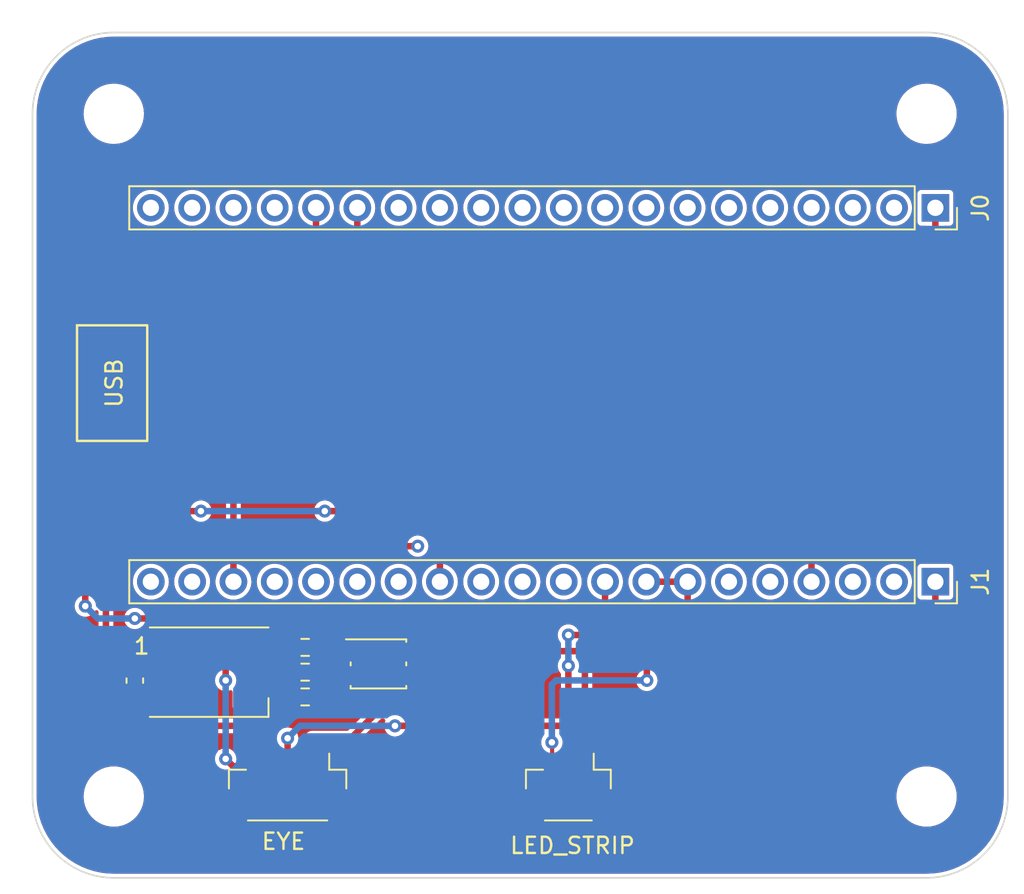
<source format=kicad_pcb>
(kicad_pcb (version 20211014) (generator pcbnew)
  (layers (0 "F.Cu" signal) (31 "B.Cu" signal) (34 "B.Paste" user) (35 "F.Paste" user) (36 "B.SilkS" user "B.Silkscreen") (37 "F.SilkS" user "F.Silkscreen") (38 "B.Mask" user) (39 "F.Mask" user) (44 "Edge.Cuts" user))
  (net 0 "")
  (net 1 "+5V")
  (net 2 "GND")
  (net 4 "Net-(J2-Pad5)")
  (net 5 "+3.3V")
  (net 28 "/WS2812_OUT")
  (net 35 "Net-(J2-Pad4)")
  (net 36 "Net-(R0-Pad1)")
  (net 37 "Net-(R1-Pad1)")
  (net 38 "Net-(R2-Pad1)")
  (footprint "MountingHole:MountingHole_3.2mm_M3" (layer "F.Cu") (at 65 83)
    (fp_text reference "H4" hide)
    (fp_text value "M3")
    (pad "" np_thru_hole circle (at 0 0) (size 3.2 3.2) (drill 3.2) (layers *.Cu *.Mask))
  )
  (footprint "Connector_PinSocket_2.54mm:PinSocket_1x20_P2.54mm_Vertical" (layer "F.Cu") (at 115.54 88.785 -90)
    (fp_text reference "J0" (at 0 -2.77 90) (layer "F.SilkS"))
    (fp_text value "16P")
    (fp_line (start -1.33 1.27) (end 1.33 1.27) (layer "F.SilkS") (width 0.12))
    (fp_line (start 1.33 -1.33) (end 1.33 0) (layer "F.SilkS") (width 0.12))
    (fp_line (start -1.33 49.59) (end 1.33 49.59) (layer "F.SilkS") (width 0.12))
    (fp_line (start 1.33 1.27) (end 1.33 49.59) (layer "F.SilkS") (width 0.12))
    (fp_line (start -1.33 1.27) (end -1.33 49.59) (layer "F.SilkS") (width 0.12))
    (fp_line (start 0 -1.33) (end 1.33 -1.33) (layer "F.SilkS") (width 0.12))
    (pad "1" thru_hole rect (at 0 0 270) (size 1.7 1.7) (drill 1) (layers *.Cu *.Mask) (net 5 "+3.3V"))
    (pad "2" thru_hole oval (at 0 2.54 270) (size 1.7 1.7) (drill 1) (layers *.Cu *.Mask))
    (pad "3" thru_hole oval (at 0 5.08 270) (size 1.7 1.7) (drill 1) (layers *.Cu *.Mask))
    (pad "4" thru_hole oval (at 0 7.62 270) (size 1.7 1.7) (drill 1) (layers *.Cu *.Mask))
    (pad "5" thru_hole oval (at 0 10.16 270) (size 1.7 1.7) (drill 1) (layers *.Cu *.Mask))
    (pad "6" thru_hole oval (at 0 12.7 270) (size 1.7 1.7) (drill 1) (layers *.Cu *.Mask))
    (pad "7" thru_hole oval (at 0 15.24 270) (size 1.7 1.7) (drill 1) (layers *.Cu *.Mask))
    (pad "8" thru_hole oval (at 0 17.78 270) (size 1.7 1.7) (drill 1) (layers *.Cu *.Mask))
    (pad "9" thru_hole oval (at 0 20.32 270) (size 1.7 1.7) (drill 1) (layers *.Cu *.Mask))
    (pad "10" thru_hole oval (at 0 22.86 270) (size 1.7 1.7) (drill 1) (layers *.Cu *.Mask))
    (pad "11" thru_hole oval (at 0 25.4 270) (size 1.7 1.7) (drill 1) (layers *.Cu *.Mask))
    (pad "12" thru_hole oval (at 0 27.94 270) (size 1.7 1.7) (drill 1) (layers *.Cu *.Mask))
    (pad "13" thru_hole oval (at 0 30.48 270) (size 1.7 1.7) (drill 1) (layers *.Cu *.Mask))
    (pad "14" thru_hole oval (at 0 33.02 270) (size 1.7 1.7) (drill 1) (layers *.Cu *.Mask))
    (pad "15" thru_hole oval (at 0 35.56 270) (size 1.7 1.7) (drill 1) (layers *.Cu *.Mask) (net 1 "+5V"))
    (pad "16" thru_hole oval (at 0 38.1 270) (size 1.7 1.7) (drill 1) (layers *.Cu *.Mask) (net 2 "GND"))
    (pad "17" thru_hole oval (at 0 40.64 270) (size 1.7 1.7) (drill 1) (layers *.Cu *.Mask))
    (pad "18" thru_hole oval (at 0 43.18 270) (size 1.7 1.7) (drill 1) (layers *.Cu *.Mask))
    (pad "19" thru_hole oval (at 0 45.72 270) (size 1.7 1.7) (drill 1) (layers *.Cu *.Mask))
    (pad "20" thru_hole oval (at 0 48.26 270) (size 1.7 1.7) (drill 1) (layers *.Cu *.Mask))
  )
  (footprint "LED_SMD:LED_Kingbright_AAA3528ESGCT" (layer "F.Cu") (at 81.28 116.84)
    (fp_text reference "D1" hide)
    (fp_text value "LED_RABG")
    (fp_line (start -1.71 -0.095) (end -1.71 0.095) (layer "F.SilkS") (width 0.12))
    (fp_line (start -1.71 1.51) (end 1.71 1.51) (layer "F.SilkS") (width 0.12))
    (fp_line (start -1.71 1.355) (end -1.71 1.51) (layer "F.SilkS") (width 0.12))
    (fp_line (start 1.71 -1.355) (end 1.71 -1.51) (layer "F.SilkS") (width 0.12))
    (fp_line (start 1.71 -0.095) (end 1.71 0.095) (layer "F.SilkS") (width 0.12))
    (fp_line (start -2 -1.51) (end 1.71 -1.51) (layer "F.SilkS") (width 0.12))
    (fp_line (start 1.71 1.355) (end 1.71 1.51) (layer "F.SilkS") (width 0.12))
    (pad "1" smd rect (at -1.4 -0.725) (size 1.2 0.9) (layers "F.Cu" "F.Paste" "F.Mask") (net 36 "Net-(R0-Pad1)"))
    (pad "2" smd rect (at 1.4 -0.725) (size 1.2 0.9) (layers "F.Cu" "F.Paste" "F.Mask") (net 1 "+5V"))
    (pad "3" smd rect (at 1.4 0.725) (size 1.2 0.9) (layers "F.Cu" "F.Paste" "F.Mask") (net 38 "Net-(R2-Pad1)"))
    (pad "4" smd rect (at -1.4 0.725) (size 1.2 0.9) (layers "F.Cu" "F.Paste" "F.Mask") (net 37 "Net-(R1-Pad1)"))
  )
  (footprint "Resistor_SMD:R_0603_1608Metric" (layer "F.Cu") (at 76.771 115.824 180)
    (fp_text reference "R0" hide)
    (fp_text value "1K")
    (fp_line (start -0.237258 -0.5225) (end 0.237258 -0.5225) (layer "F.SilkS") (width 0.12))
    (fp_line (start -0.237258 0.5225) (end 0.237258 0.5225) (layer "F.SilkS") (width 0.12))
    (pad "1" smd roundrect (at -0.825 0 180) (size 0.8 0.95) (layers "F.Cu" "F.Paste" "F.Mask") (net 36 "Net-(R0-Pad1)"))
    (pad "2" smd roundrect (at 0.825 0 180) (size 0.8 0.95) (layers "F.Cu" "F.Paste" "F.Mask") (net 35 "Net-(J2-Pad4)"))
  )
  (footprint "MountingHole:MountingHole_3.2mm_M3" (layer "F.Cu") (at 115 125)
    (fp_text reference "H2" hide)
    (fp_text value "M3")
    (pad "" np_thru_hole circle (at 0 0) (size 3.2 3.2) (drill 3.2) (layers *.Cu *.Mask))
  )
  (footprint "Capacitor_SMD:C_0603_1608Metric" (layer "F.Cu") (at 66.294 117.869 -90)
    (fp_text reference "C1" hide)
    (fp_text value "100nF")
    (fp_line (start -0.14058 -0.51) (end 0.14058 -0.51) (layer "F.SilkS") (width 0.12))
    (fp_line (start -0.14058 0.51) (end 0.14058 0.51) (layer "F.SilkS") (width 0.12))
    (pad "1" smd roundrect (at -0.775 0 270) (size 0.9 0.95) (layers "F.Cu" "F.Paste" "F.Mask") (net 1 "+5V"))
    (pad "2" smd roundrect (at 0.775 0 270) (size 0.9 0.95) (layers "F.Cu" "F.Paste" "F.Mask") (net 2 "GND"))
  )
  (footprint "Resistor_SMD:R_0603_1608Metric" (layer "F.Cu") (at 76.771 118.872 180)
    (fp_text reference "R2" hide)
    (fp_text value "1K")
    (fp_line (start -0.237258 -0.5225) (end 0.237258 -0.5225) (layer "F.SilkS") (width 0.12))
    (fp_line (start -0.237258 0.5225) (end 0.237258 0.5225) (layer "F.SilkS") (width 0.12))
    (pad "1" smd roundrect (at -0.825 0 180) (size 0.8 0.95) (layers "F.Cu" "F.Paste" "F.Mask") (net 38 "Net-(R2-Pad1)"))
    (pad "2" smd roundrect (at 0.825 0 180) (size 0.8 0.95) (layers "F.Cu" "F.Paste" "F.Mask") (net 35 "Net-(J2-Pad4)"))
  )
  (footprint "Connector_PinSocket_2.54mm:PinSocket_1x20_P2.54mm_Vertical" (layer "F.Cu") (at 115.54 111.785 -90)
    (fp_text reference "J1" (at 0 -2.77 90) (layer "F.SilkS"))
    (fp_text value "20P")
    (fp_line (start 0 -1.33) (end 1.33 -1.33) (layer "F.SilkS") (width 0.12))
    (fp_line (start 1.33 1.27) (end 1.33 49.59) (layer "F.SilkS") (width 0.12))
    (fp_line (start 1.33 -1.33) (end 1.33 0) (layer "F.SilkS") (width 0.12))
    (fp_line (start -1.33 49.59) (end 1.33 49.59) (layer "F.SilkS") (width 0.12))
    (fp_line (start -1.33 1.27) (end -1.33 49.59) (layer "F.SilkS") (width 0.12))
    (fp_line (start -1.33 1.27) (end 1.33 1.27) (layer "F.SilkS") (width 0.12))
    (pad "1" thru_hole rect (at 0 0 270) (size 1.7 1.7) (drill 1) (layers *.Cu *.Mask) (net 2 "GND"))
    (pad "2" thru_hole oval (at 0 2.54 270) (size 1.7 1.7) (drill 1) (layers *.Cu *.Mask))
    (pad "3" thru_hole oval (at 0 5.08 270) (size 1.7 1.7) (drill 1) (layers *.Cu *.Mask))
    (pad "4" thru_hole oval (at 0 7.62 270) (size 1.7 1.7) (drill 1) (layers *.Cu *.Mask) (net 5 "+3.3V"))
    (pad "5" thru_hole oval (at 0 10.16 270) (size 1.7 1.7) (drill 1) (layers *.Cu *.Mask))
    (pad "6" thru_hole oval (at 0 12.7 270) (size 1.7 1.7) (drill 1) (layers *.Cu *.Mask))
    (pad "7" thru_hole oval (at 0 15.24 270) (size 1.7 1.7) (drill 1) (layers *.Cu *.Mask) (net 2 "GND"))
    (pad "8" thru_hole oval (at 0 17.78 270) (size 1.7 1.7) (drill 1) (layers *.Cu *.Mask) (net 2 "GND"))
    (pad "9" thru_hole oval (at 0 20.32 270) (size 1.7 1.7) (drill 1) (layers *.Cu *.Mask) (net 28 "/WS2812_OUT"))
    (pad "10" thru_hole oval (at 0 22.86 270) (size 1.7 1.7) (drill 1) (layers *.Cu *.Mask))
    (pad "11" thru_hole oval (at 0 25.4 270) (size 1.7 1.7) (drill 1) (layers *.Cu *.Mask))
    (pad "12" thru_hole oval (at 0 27.94 270) (size 1.7 1.7) (drill 1) (layers *.Cu *.Mask))
    (pad "13" thru_hole oval (at 0 30.48 270) (size 1.7 1.7) (drill 1) (layers *.Cu *.Mask) (net 5 "+3.3V"))
    (pad "14" thru_hole oval (at 0 33.02 270) (size 1.7 1.7) (drill 1) (layers *.Cu *.Mask))
    (pad "15" thru_hole oval (at 0 35.56 270) (size 1.7 1.7) (drill 1) (layers *.Cu *.Mask))
    (pad "16" thru_hole oval (at 0 38.1 270) (size 1.7 1.7) (drill 1) (layers *.Cu *.Mask))
    (pad "17" thru_hole oval (at 0 40.64 270) (size 1.7 1.7) (drill 1) (layers *.Cu *.Mask))
    (pad "18" thru_hole oval (at 0 43.18 270) (size 1.7 1.7) (drill 1) (layers *.Cu *.Mask) (net 2 "GND"))
    (pad "19" thru_hole oval (at 0 45.72 270) (size 1.7 1.7) (drill 1) (layers *.Cu *.Mask))
    (pad "20" thru_hole oval (at 0 48.26 270) (size 1.7 1.7) (drill 1) (layers *.Cu *.Mask))
  )
  (footprint "Connector_JST:JST_SH_BM05B-SRSS-TB_1x05-1MP_P1.00mm_Vertical" (layer "F.Cu") (at 75.692 124.46 180)
    (fp_text reference "J2" hide)
    (fp_text value "EYE")
    (fp_line (start -3.61 -0.04) (end -3.61 1.11) (layer "F.SilkS") (width 0.12))
    (fp_line (start 3.61 -0.04) (end 3.61 1.11) (layer "F.SilkS") (width 0.12))
    (fp_line (start -3.61 1.11) (end -2.56 1.11) (layer "F.SilkS") (width 0.12))
    (fp_line (start 3.61 1.11) (end 2.56 1.11) (layer "F.SilkS") (width 0.12))
    (fp_line (start -2.56 1.11) (end -2.56 2.1) (layer "F.SilkS") (width 0.12))
    (fp_line (start -2.44 -2.01) (end 2.44 -2.01) (layer "F.SilkS") (width 0.12))
    (pad "1" smd roundrect (at -2 1.325 180) (size 0.6 1.55) (layers "F.Cu" "F.Paste" "F.Mask") (net 2 "GND"))
    (pad "2" smd roundrect (at -1 1.325 180) (size 0.6 1.55) (layers "F.Cu" "F.Paste" "F.Mask") (net 1 "+5V"))
    (pad "3" smd roundrect (at 0 1.325 180) (size 0.6 1.55) (layers "F.Cu" "F.Paste" "F.Mask") (net 28 "/WS2812_OUT"))
    (pad "4" smd roundrect (at 1 1.325 180) (size 0.6 1.55) (layers "F.Cu" "F.Paste" "F.Mask") (net 35 "Net-(J2-Pad4)"))
    (pad "5" smd roundrect (at 2 1.325 180) (size 0.6 1.55) (layers "F.Cu" "F.Paste" "F.Mask") (net 4 "Net-(J2-Pad5)"))
    (pad "MP" smd roundrect (at 3.3 -1.2 180) (size 1.2 1.8) (layers "F.Cu" "F.Paste" "F.Mask") (roundrect_rratio 0.208333))
    (pad "MP" smd roundrect (at -3.3 -1.2 180) (size 1.2 1.8) (layers "F.Cu" "F.Paste" "F.Mask") (roundrect_rratio 0.208333))
  )
  (footprint "MountingHole:MountingHole_3.2mm_M3" (layer "F.Cu") (at 65 125)
    (fp_text reference "H3" hide)
    (fp_text value "M3")
    (pad "" np_thru_hole circle (at 0 0) (size 3.2 3.2) (drill 3.2) (layers *.Cu *.Mask))
  )
  (footprint "Resistor_SMD:R_0603_1608Metric" (layer "F.Cu") (at 76.771 117.348 180)
    (fp_text reference "R1" hide)
    (fp_text value "1K")
    (fp_line (start -0.237258 -0.5225) (end 0.237258 -0.5225) (layer "F.SilkS") (width 0.12))
    (fp_line (start -0.237258 0.5225) (end 0.237258 0.5225) (layer "F.SilkS") (width 0.12))
    (pad "1" smd roundrect (at -0.825 0 180) (size 0.8 0.95) (layers "F.Cu" "F.Paste" "F.Mask") (net 37 "Net-(R1-Pad1)"))
    (pad "2" smd roundrect (at 0.825 0 180) (size 0.8 0.95) (layers "F.Cu" "F.Paste" "F.Mask") (net 35 "Net-(J2-Pad4)"))
  )
  (footprint "MountingHole:MountingHole_3.2mm_M3" (layer "F.Cu") (at 115 83)
    (fp_text reference "H1" hide)
    (fp_text value "M3")
    (pad "" np_thru_hole circle (at 0 0) (size 3.2 3.2) (drill 3.2) (layers *.Cu *.Mask))
  )
  (footprint "Connector_JST:JST_SH_BM03B-SRSS-TB_1x03-1MP_P1.00mm_Vertical" (layer "F.Cu") (at 92.964 124.46 180)
    (fp_text reference "J4" hide)
    (fp_text value "Conn_01x03")
    (fp_line (start -2.61 1.11) (end -1.56 1.11) (layer "F.SilkS") (width 0.12))
    (fp_line (start 2.61 -0.04) (end 2.61 1.11) (layer "F.SilkS") (width 0.12))
    (fp_line (start 2.61 1.11) (end 1.56 1.11) (layer "F.SilkS") (width 0.12))
    (fp_line (start -1.56 1.11) (end -1.56 2.1) (layer "F.SilkS") (width 0.12))
    (fp_line (start -2.61 -0.04) (end -2.61 1.11) (layer "F.SilkS") (width 0.12))
    (fp_line (start -1.44 -2.01) (end 1.44 -2.01) (layer "F.SilkS") (width 0.12))
    (pad "1" smd roundrect (at -1 1.325 180) (size 0.6 1.55) (layers "F.Cu" "F.Paste" "F.Mask") (net 1 "+5V"))
    (pad "2" smd roundrect (at 0 1.325 180) (size 0.6 1.55) (layers "F.Cu" "F.Paste" "F.Mask") (net 28 "/WS2812_OUT"))
    (pad "3" smd roundrect (at 1 1.325 180) (size 0.6 1.55) (layers "F.Cu" "F.Paste" "F.Mask") (net 2 "GND"))
    (pad "MP" smd roundrect (at 2.3 -1.2 180) (size 1.2 1.8) (layers "F.Cu" "F.Paste" "F.Mask") (roundrect_rratio 0.208333))
    (pad "MP" smd roundrect (at -2.3 -1.2 180) (size 1.2 1.8) (layers "F.Cu" "F.Paste" "F.Mask") (roundrect_rratio 0.208333))
  )
  (footprint "LED_SMD:LED_WS2812B_PLCC4_5.0x5.0mm_P3.2mm" (layer "F.Cu") (at 70.866 117.348)
    (fp_text reference "D0" hide)
    (fp_text value "WS2812B")
    (fp_text user "1" (at -4.15 -1.6) (layer "F.SilkS"))
    (fp_line (start -3.65 -2.75) (end 3.65 -2.75) (layer "F.SilkS") (width 0.12))
    (fp_line (start -3.65 2.75) (end 3.65 2.75) (layer "F.SilkS") (width 0.12))
    (fp_line (start 3.65 2.75) (end 3.65 1.6) (layer "F.SilkS") (width 0.12))
    (pad "1" smd rect (at -2.45 -1.65) (size 1.5 0.9) (layers "F.Cu" "F.Paste" "F.Mask") (net 1 "+5V"))
    (pad "2" smd rect (at -2.45 1.65) (size 1.5 0.9) (layers "F.Cu" "F.Paste" "F.Mask"))
    (pad "3" smd rect (at 2.45 1.65) (size 1.5 0.9) (layers "F.Cu" "F.Paste" "F.Mask") (net 2 "GND"))
    (pad "4" smd rect (at 2.45 -1.65) (size 1.5 0.9) (layers "F.Cu" "F.Paste" "F.Mask") (net 4 "Net-(J2-Pad5)"))
  )
  (gr_rect (start 62.738 96.012) (end 67.056 103.124) (layer "F.SilkS") (width 0.15) (fill none))
  (gr_line (start 120 83) (end 120 125) (layer "Edge.Cuts") (width 0.1))
  (gr_arc (start 60 83) (mid 61.464466 79.464466) (end 65 78) (layer "Edge.Cuts") (width 0.1))
  (gr_line (start 115 78) (end 65 78) (layer "Edge.Cuts") (width 0.1))
  (gr_arc (start 115 78) (mid 118.535534 79.464466) (end 120 83) (layer "Edge.Cuts") (width 0.1))
  (gr_line (start 60 83) (end 60 125) (layer "Edge.Cuts") (width 0.1))
  (gr_line (start 65 130) (end 115 130) (layer "Edge.Cuts") (width 0.1))
  (gr_arc (start 120 125) (mid 118.535534 128.535534) (end 115 130) (layer "Edge.Cuts") (width 0.1))
  (gr_arc (start 65 130) (mid 61.464466 128.535534) (end 60 125) (layer "Edge.Cuts") (width 0.1))
  (gr_text "EYE" (at 75.438 127.762) (layer "F.SilkS") (effects (font (size 1 1))))
  (gr_text "USB" (at 65.024 99.568 90) (layer "F.SilkS") (effects (font (size 1 1))))
  (gr_text "LED_STRIP" (at 93.218 128.016) (layer "F.SilkS") (effects (font (size 1 1))))
  (segment (start 79.98 88.785) (end 79.98 107.218) (width 0.4) (layer "F.Cu") (net 1))
  (segment (start 68.416 115.698) (end 68.416 114.464) (width 0.4) (layer "F.Cu") (net 1))
  (segment (start 79.98 107.218) (end 79.98 108.936) (width 0.4) (layer "F.Cu") (net 1))
  (segment (start 63.246 113.284) (end 63.246 107.95) (width 0.4) (layer "F.Cu") (net 1))
  (segment (start 66.674 115.698) (end 68.416 115.698) (width 0.4) (layer "F.Cu") (net 1))
  (segment (start 63.246 107.95) (end 63.754 107.442) (width 0.4) (layer "F.Cu") (net 1))
  (segment (start 86.8895 116.0565) (end 86.8895 119.3585) (width 0.4) (layer "F.Cu") (net 1))
  (segment (start 68.834 114.046) (end 82.042 114.046) (width 0.4) (layer "F.Cu") (net 1))
  (segment (start 93.98 116.332) (end 93.98 123.119) (width 0.4) (layer "F.Cu") (net 1))
  (segment (start 68.416 114.464) (end 68.834 114.046) (width 0.4) (layer "F.Cu") (net 1))
  (segment (start 63.754 107.442) (end 70.358 107.442) (width 0.4) (layer "F.Cu") (net 1))
  (segment (start 66.294 116.078) (end 66.674 115.698) (width 0.4) (layer "F.Cu") (net 1))
  (segment (start 86.498 119.75) (end 81.25 119.75) (width 0.4) (layer "F.Cu") (net 1))
  (segment (start 68.834 114.046) (end 66.294 114.046) (width 0.4) (layer "F.Cu") (net 1))
  (segment (start 79.588 121.412) (end 77.216 121.412) (width 0.4) (layer "F.Cu") (net 1))
  (segment (start 82.7385 116.0565) (end 86.8895 116.0565) (width 0.4) (layer "F.Cu") (net 1))
  (segment (start 80.643 109.599) (end 83.695 109.599) (width 0.4) (layer "F.Cu") (net 1))
  (segment (start 86.8895 116.0565) (end 93.7045 116.0565) (width 0.4) (layer "F.Cu") (net 1))
  (segment (start 77.216 121.412) (end 76.692 121.936) (width 0.4) (layer "F.Cu") (net 1))
  (segment (start 82.68 116.115) (end 82.7385 116.0565) (width 0.4) (layer "F.Cu") (net 1))
  (segment (start 93.7045 116.0565) (end 93.98 116.332) (width 0.4) (layer "F.Cu") (net 1))
  (segment (start 76.692 121.936) (end 76.692 123.135) (width 0.4) (layer "F.Cu") (net 1))
  (segment (start 81.25 119.75) (end 79.588 121.412) (width 0.4) (layer "F.Cu") (net 1))
  (segment (start 82.042 114.046) (end 82.68 114.684) (width 0.4) (layer "F.Cu") (net 1))
  (segment (start 93.98 123.119) (end 93.964 123.135) (width 0.4) (layer "F.Cu") (net 1))
  (segment (start 82.68 114.684) (end 82.68 116.115) (width 0.4) (layer "F.Cu") (net 1))
  (segment (start 79.756 107.442) (end 79.98 107.218) (width 0.4) (layer "F.Cu") (net 1))
  (segment (start 77.978 107.442) (end 79.756 107.442) (width 0.4) (layer "F.Cu") (net 1))
  (segment (start 66.294 117.094) (end 66.294 116.078) (width 0.4) (layer "F.Cu") (net 1))
  (segment (start 86.8895 119.3585) (end 86.498 119.75) (width 0.4) (layer "F.Cu") (net 1))
  (segment (start 79.98 108.936) (end 80.643 109.599) (width 0.4) (layer "F.Cu") (net 1))
  (via (at 66.294 114.046) (size 0.8) (drill 0.4) (layers "F.Cu" "B.Cu") (net 1))
  (via (at 77.978 107.442) (size 0.8) (drill 0.4) (layers "F.Cu" "B.Cu") (net 1))
  (via (at 83.695 109.599) (size 0.8) (drill 0.4) (layers "F.Cu" "B.Cu") (net 1))
  (via (at 70.358 107.442) (size 0.8) (drill 0.4) (layers "F.Cu" "B.Cu") (net 1))
  (via (at 63.246 113.284) (size 0.8) (drill 0.4) (layers "F.Cu" "B.Cu") (net 1))
  (segment (start 83.82 109.474) (end 83.695 109.599) (width 0.25) (layer "B.Cu") (net 1))
  (segment (start 66.294 114.046) (end 64.008 114.046) (width 0.4) (layer "B.Cu") (net 1))
  (segment (start 70.358 107.442) (end 77.978 107.442) (width 0.4) (layer "B.Cu") (net 1))
  (segment (start 64.008 114.046) (end 63.246 113.284) (width 0.4) (layer "B.Cu") (net 1))
  (segment (start 81.28 127.762) (end 81.28 123.19) (width 0.4) (layer "F.Cu") (net 2))
  (segment (start 73.316 118.998) (end 73.316 119.978) (width 0.4) (layer "F.Cu") (net 2))
  (segment (start 65.304 118.644) (end 66.294 118.644) (width 0.4) (layer "F.Cu") (net 2))
  (segment (start 72.36 108.742) (end 65.756 108.742) (width 0.4) (layer "F.Cu") (net 2))
  (segment (start 70.866 127.254) (end 72.136 128.524) (width 0.4) (layer "F.Cu") (net 2))
  (segment (start 97.79 115.57) (end 98.552 114.808) (width 0.4) (layer "F.Cu") (net 2))
  (segment (start 98.552 114.808) (end 98.806 114.554) (width 0.4) (layer "F.Cu") (net 2))
  (segment (start 67.056 120.65) (end 70.358 120.65) (width 0.4) (layer "F.Cu") (net 2))
  (segment (start 114.554 114.554) (end 115.54 113.568) (width 0.4) (layer "F.Cu") (net 2))
  (segment (start 100.3 111.785) (end 100.3 114.524) (width 0.4) (layer "F.Cu") (net 2))
  (segment (start 77.44 90.708) (end 76.454 91.694) (width 0.4) (layer "F.Cu") (net 2))
  (segment (start 115.54 113.568) (end 115.54 111.785) (width 0.4) (layer "F.Cu") (net 2))
  (segment (start 76.454 91.694) (end 73.406 91.694) (width 0.4) (layer "F.Cu") (net 2))
  (segment (start 97.76 111.785) (end 97.765 111.785) (width 0.4) (layer "F.Cu") (net 2))
  (segment (start 64.516 117.856) (end 65.304 118.644) (width 0.4) (layer "F.Cu") (net 2))
  (segment (start 91.964 121.682) (end 91.948 121.666) (width 0.25) (layer "F.Cu") (net 2))
  (segment (start 72.36 92.74) (end 72.36 108.742) (width 0.4) (layer "F.Cu") (net 2))
  (segment (start 73.406 91.694) (end 72.36 92.74) (width 0.4) (layer "F.Cu") (net 2))
  (segment (start 66.294 119.888) (end 67.056 120.65) (width 0.4) (layer "F.Cu") (net 2))
  (segment (start 91.964 123.135) (end 81.225 123.135) (width 0.4) (layer "F.Cu") (net 2))
  (segment (start 72.136 128.524) (end 80.518 128.524) (width 0.4) (layer "F.Cu") (net 2))
  (segment (start 73.316 119.978) (end 72.644 120.65) (width 0.4) (layer "F.Cu") (net 2))
  (segment (start 70.866 120.65) (end 70.358 120.65) (width 0.4) (layer "F.Cu") (net 2))
  (segment (start 66.294 118.644) (end 66.268 118.618) (width 0.25) (layer "F.Cu") (net 2))
  (segment (start 72.39 111.755) (end 72.36 111.785) (width 0.25) (layer "F.Cu") (net 2))
  (segment (start 65.756 108.742) (end 64.516 109.982) (width 0.4) (layer "F.Cu") (net 2))
  (segment (start 77.44 88.785) (end 77.44 90.708) (width 0.4) (layer "F.Cu") (net 2))
  (segment (start 64.516 109.982) (end 64.516 117.856) (width 0.4) (layer "F.Cu") (net 2))
  (segment (start 97.79 117.856) (end 97.79 115.57) (width 0.4) (layer "F.Cu") (net 2))
  (segment (start 97.79 111.76) (end 97.815 111.785) (width 0.4) (layer "F.Cu") (net 2))
  (segment (start 66.294 118.644) (end 66.294 119.888) (width 0.4) (layer "F.Cu") (net 2))
  (segment (start 81.28 123.19) (end 81.225 123.135) (width 0.4) (layer "F.Cu") (net 2))
  (segment (start 72.644 120.65) (end 70.866 120.65) (width 0.4) (layer "F.Cu") (net 2))
  (segment (start 70.866 120.65) (end 70.866 127.254) (width 0.4) (layer "F.Cu") (net 2))
  (segment (start 80.518 128.524) (end 81.28 127.762) (width 0.4) (layer "F.Cu") (net 2))
  (segment (start 77.692 123.135) (end 81.225 123.135) (width 0.4) (layer "F.Cu") (net 2))
  (segment (start 100.33 114.554) (end 114.554 114.554) (width 0.4) (layer "F.Cu") (net 2))
  (segment (start 97.765 111.785) (end 97.79 111.76) (width 0.4) (layer "F.Cu") (net 2))
  (segment (start 98.806 114.554) (end 100.33 114.554) (width 0.4) (layer "F.Cu") (net 2))
  (segment (start 100.3 114.524) (end 100.33 114.554) (width 0.4) (layer "F.Cu") (net 2))
  (segment (start 72.36 108.742) (end 72.36 111.785) (width 0.4) (layer "F.Cu") (net 2))
  (segment (start 97.815 111.785) (end 100.3 111.785) (width 0.4) (layer "F.Cu") (net 2))
  (segment (start 91.964 123.135) (end 91.964 121.682) (width 0.25) (layer "F.Cu") (net 2))
  (segment (start 91.909 123.19) (end 91.964 123.135) (width 0.4) (layer "F.Cu") (net 2))
  (via (at 97.79 117.856) (size 0.8) (drill 0.4) (layers "F.Cu" "B.Cu") (net 2))
  (via (at 91.948 121.666) (size 0.8) (drill 0.4) (layers "F.Cu" "B.Cu") (net 2))
  (segment (start 91.948 121.666) (end 91.948 118.11) (width 0.4) (layer "B.Cu") (net 2))
  (segment (start 92.202 117.856) (end 97.79 117.856) (width 0.4) (layer "B.Cu") (net 2))
  (segment (start 91.948 118.11) (end 92.202 117.856) (width 0.4) (layer "B.Cu") (net 2))
  (segment (start 71.882 117.856) (end 71.882 116.078) (width 0.4) (layer "F.Cu") (net 4))
  (segment (start 73.66 123.103) (end 73.692 123.135) (width 0.25) (layer "F.Cu") (net 4))
  (segment (start 72.262 115.698) (end 73.316 115.698) (width 0.4) (layer "F.Cu") (net 4))
  (segment (start 71.882 116.078) (end 72.262 115.698) (width 0.4) (layer "F.Cu") (net 4))
  (segment (start 73.692 123.135) (end 72.335 123.135) (width 0.4) (layer "F.Cu") (net 4))
  (segment (start 72.335 123.135) (end 71.882 122.682) (width 0.4) (layer "F.Cu") (net 4))
  (via (at 71.882 122.682) (size 0.8) (drill 0.4) (layers "F.Cu" "B.Cu") (net 4))
  (via (at 71.882 117.856) (size 0.8) (drill 0.4) (layers "F.Cu" "B.Cu") (net 4))
  (segment (start 71.882 122.682) (end 71.882 117.856) (width 0.4) (layer "B.Cu") (net 4))
  (segment (start 107.92 96.042) (end 107.92 109.19) (width 0.4) (layer "F.Cu") (net 5))
  (segment (start 86.136 109.19) (end 107.92 109.19) (width 0.4) (layer "F.Cu") (net 5))
  (segment (start 115.54 90.708) (end 115.54 88.785) (width 0.25) (layer "F.Cu") (net 5))
  (segment (start 107.95 109.474) (end 107.95 111.755) (width 0.25) (layer "F.Cu") (net 5))
  (segment (start 115.54 94.01) (end 114.808 94.742) (width 0.4) (layer "F.Cu") (net 5))
  (segment (start 85.06 110.266) (end 86.136 109.19) (width 0.4) (layer "F.Cu") (net 5))
  (segment (start 115.54 88.785) (end 115.54 94.01) (width 0.4) (layer "F.Cu") (net 5))
  (segment (start 109.22 94.742) (end 107.92 96.042) (width 0.4) (layer "F.Cu") (net 5))
  (segment (start 114.808 94.742) (end 109.22 94.742) (width 0.4) (layer "F.Cu") (net 5))
  (segment (start 107.92 109.19) (end 107.92 111.785) (width 0.4) (layer "F.Cu") (net 5))
  (segment (start 85.06 111.785) (end 85.06 110.266) (width 0.4) (layer "F.Cu") (net 5))
  (segment (start 107.95 111.755) (end 107.92 111.785) (width 0.25) (layer "F.Cu") (net 5))
  (segment (start 75.692 123.135) (end 75.692 121.412) (width 0.4) (layer "F.Cu") (net 28))
  (segment (start 82.296 120.65) (end 92.964 120.65) (width 0.4) (layer "F.Cu") (net 28))
  (segment (start 94.488 115.062) (end 95.25 114.3) (width 0.4) (layer "F.Cu") (net 28))
  (segment (start 92.964 120.65) (end 92.964 123.135) (width 0.4) (layer "F.Cu") (net 28))
  (segment (start 92.964 116.9565) (end 92.964 120.65) (width 0.4) (layer "F.Cu") (net 28))
  (segment (start 95.25 114.3) (end 95.22 114.27) (width 0.4) (layer "F.Cu") (net 28))
  (segment (start 92.964 115.062) (end 94.488 115.062) (width 0.4) (layer "F.Cu") (net 28))
  (segment (start 95.22 114.27) (end 95.22 111.785) (width 0.4) (layer "F.Cu") (net 28))
  (via (at 92.964 115.062) (size 0.8) (drill 0.4) (layers "F.Cu" "B.Cu") (net 28))
  (via (at 82.296 120.65) (size 0.8) (drill 0.4) (layers "F.Cu" "B.Cu") (net 28))
  (via (at 92.964 116.9565) (size 0.8) (drill 0.4) (layers "F.Cu" "B.Cu") (net 28))
  (via (at 75.692 121.412) (size 0.8) (drill 0.4) (layers "F.Cu" "B.Cu") (net 28))
  (segment (start 82.296 120.65) (end 76.454 120.65) (width 0.4) (layer "B.Cu") (net 28))
  (segment (start 92.964 115.062) (end 92.964 116.9565) (width 0.4) (layer "B.Cu") (net 28))
  (segment (start 76.454 120.65) (end 75.692 121.412) (width 0.4) (layer "B.Cu") (net 28))
  (segment (start 75.946 117.348) (end 75.946 118.872) (width 0.4) (layer "F.Cu") (net 35))
  (segment (start 75.946 119.38) (end 75.946 118.872) (width 0.4) (layer "F.Cu") (net 35))
  (segment (start 74.692 123.135) (end 74.692 120.634) (width 0.4) (layer "F.Cu") (net 35))
  (segment (start 75.946 115.824) (end 75.946 117.348) (width 0.4) (layer "F.Cu") (net 35))
  (segment (start 74.676 123.119) (end 74.692 123.135) (width 0.25) (layer "F.Cu") (net 35))
  (segment (start 74.692 120.634) (end 75.946 119.38) (width 0.4) (layer "F.Cu") (net 35))
  (segment (start 77.887 116.115) (end 77.596 115.824) (width 0.4) (layer "F.Cu") (net 36))
  (segment (start 79.88 116.115) (end 77.887 116.115) (width 0.4) (layer "F.Cu") (net 36))
  (segment (start 79.88 117.565) (end 79.465 117.565) (width 0.25) (layer "F.Cu") (net 37))
  (segment (start 79.88 117.565) (end 77.813 117.565) (width 0.4) (layer "F.Cu") (net 37))
  (segment (start 77.813 117.565) (end 77.596 117.348) (width 0.4) (layer "F.Cu") (net 37))
  (segment (start 82.68 117.98) (end 81.788 118.872) (width 0.4) (layer "F.Cu") (net 38))
  (segment (start 82.68 117.565) (end 82.68 117.98) (width 0.4) (layer "F.Cu") (net 38))
  (segment (start 81.788 118.872) (end 77.596 118.872) (width 0.4) (layer "F.Cu") (net 38))
  (segment (start 82.68 117.726) (end 82.68 117.565) (width 0.25) (layer "F.Cu") (net 38))
  (zone (net 0) (net_name "") (layers F&B.Cu) (connect_pads yes (clearance 0.254)) (min_thickness 0.254) (fill yes (thermal_gap 0.508) (thermal_bridge_width 0.508))
    (polygon (pts (xy 121 131) (xy 58 131) (xy 58 76) (xy 121 76)))
  )
)
</source>
